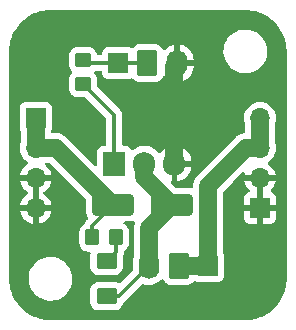
<source format=gtl>
G04 #@! TF.GenerationSoftware,KiCad,Pcbnew,7.0.1*
G04 #@! TF.CreationDate,2023-08-26T15:59:25-05:00*
G04 #@! TF.ProjectId,Single Mosfet Board,53696e67-6c65-4204-9d6f-736665742042,rev?*
G04 #@! TF.SameCoordinates,Original*
G04 #@! TF.FileFunction,Copper,L1,Top*
G04 #@! TF.FilePolarity,Positive*
%FSLAX46Y46*%
G04 Gerber Fmt 4.6, Leading zero omitted, Abs format (unit mm)*
G04 Created by KiCad (PCBNEW 7.0.1) date 2023-08-26 15:59:25*
%MOMM*%
%LPD*%
G01*
G04 APERTURE LIST*
G04 Aperture macros list*
%AMRoundRect*
0 Rectangle with rounded corners*
0 $1 Rounding radius*
0 $2 $3 $4 $5 $6 $7 $8 $9 X,Y pos of 4 corners*
0 Add a 4 corners polygon primitive as box body*
4,1,4,$2,$3,$4,$5,$6,$7,$8,$9,$2,$3,0*
0 Add four circle primitives for the rounded corners*
1,1,$1+$1,$2,$3*
1,1,$1+$1,$4,$5*
1,1,$1+$1,$6,$7*
1,1,$1+$1,$8,$9*
0 Add four rect primitives between the rounded corners*
20,1,$1+$1,$2,$3,$4,$5,0*
20,1,$1+$1,$4,$5,$6,$7,0*
20,1,$1+$1,$6,$7,$8,$9,0*
20,1,$1+$1,$8,$9,$2,$3,0*%
G04 Aperture macros list end*
G04 #@! TA.AperFunction,SMDPad,CuDef*
%ADD10RoundRect,0.250000X-0.450000X0.350000X-0.450000X-0.350000X0.450000X-0.350000X0.450000X0.350000X0*%
G04 #@! TD*
G04 #@! TA.AperFunction,SMDPad,CuDef*
%ADD11RoundRect,0.250000X-0.350000X-0.450000X0.350000X-0.450000X0.350000X0.450000X-0.350000X0.450000X0*%
G04 #@! TD*
G04 #@! TA.AperFunction,ComponentPad*
%ADD12R,1.905000X2.000000*%
G04 #@! TD*
G04 #@! TA.AperFunction,ComponentPad*
%ADD13O,1.905000X2.000000*%
G04 #@! TD*
G04 #@! TA.AperFunction,ComponentPad*
%ADD14R,1.700000X1.700000*%
G04 #@! TD*
G04 #@! TA.AperFunction,ComponentPad*
%ADD15O,1.700000X1.700000*%
G04 #@! TD*
G04 #@! TA.AperFunction,ComponentPad*
%ADD16RoundRect,0.250000X-0.620000X-0.845000X0.620000X-0.845000X0.620000X0.845000X-0.620000X0.845000X0*%
G04 #@! TD*
G04 #@! TA.AperFunction,ComponentPad*
%ADD17O,1.740000X2.190000*%
G04 #@! TD*
G04 #@! TA.AperFunction,ComponentPad*
%ADD18RoundRect,0.250000X0.620000X0.845000X-0.620000X0.845000X-0.620000X-0.845000X0.620000X-0.845000X0*%
G04 #@! TD*
G04 #@! TA.AperFunction,SMDPad,CuDef*
%ADD19RoundRect,0.250000X-1.500000X-0.650000X1.500000X-0.650000X1.500000X0.650000X-1.500000X0.650000X0*%
G04 #@! TD*
G04 #@! TA.AperFunction,SMDPad,CuDef*
%ADD20RoundRect,0.250001X0.624999X-0.462499X0.624999X0.462499X-0.624999X0.462499X-0.624999X-0.462499X0*%
G04 #@! TD*
G04 #@! TA.AperFunction,Conductor*
%ADD21C,1.500000*%
G04 #@! TD*
G04 #@! TA.AperFunction,Conductor*
%ADD22C,0.350000*%
G04 #@! TD*
G04 APERTURE END LIST*
D10*
X133750000Y-78000000D03*
X133750000Y-76000000D03*
D11*
X134550000Y-91000000D03*
X136550000Y-91000000D03*
D12*
X136420000Y-84750000D03*
D13*
X138960000Y-84750000D03*
X141500000Y-84750000D03*
D14*
X148750000Y-88500000D03*
D15*
X148750000Y-85960000D03*
X148750000Y-83420000D03*
X148750000Y-80880000D03*
D14*
X136750000Y-76250000D03*
D16*
X139210000Y-76250000D03*
D17*
X141750000Y-76250000D03*
X139330000Y-93430000D03*
D18*
X141870000Y-93430000D03*
D14*
X144330000Y-93430000D03*
D15*
X129750000Y-88500000D03*
X129750000Y-85960000D03*
X129750000Y-83420000D03*
D14*
X129750000Y-80880000D03*
D19*
X136300000Y-88250000D03*
X141300000Y-88250000D03*
D20*
X135750000Y-95975000D03*
X135750000Y-93000000D03*
D21*
X139330000Y-90220000D02*
X139330000Y-93430000D01*
X141300000Y-88250000D02*
X139330000Y-90220000D01*
X141500000Y-76500000D02*
X141750000Y-76250000D01*
X141500000Y-84750000D02*
X141500000Y-76500000D01*
X138960000Y-84750000D02*
X138960000Y-85910000D01*
X138960000Y-85910000D02*
X141300000Y-88250000D01*
X144330000Y-86637919D02*
X144330000Y-93430000D01*
X147547919Y-83420000D02*
X144330000Y-86637919D01*
X148750000Y-83420000D02*
X147547919Y-83420000D01*
X131470000Y-83420000D02*
X136300000Y-88250000D01*
X129750000Y-83420000D02*
X131470000Y-83420000D01*
X129750000Y-80880000D02*
X129750000Y-83420000D01*
X144330000Y-93430000D02*
X141870000Y-93430000D01*
X141870000Y-93430000D02*
X141870000Y-93171131D01*
X148750000Y-80880000D02*
X148750000Y-83420000D01*
D22*
X134550000Y-91000000D02*
X134550000Y-90000000D01*
X134550000Y-90000000D02*
X136300000Y-88250000D01*
X136785000Y-95975000D02*
X139330000Y-93430000D01*
X135750000Y-95975000D02*
X136785000Y-95975000D01*
X136550000Y-92200000D02*
X135750000Y-93000000D01*
X136550000Y-91000000D02*
X136550000Y-92200000D01*
X136420000Y-80670000D02*
X136420000Y-84750000D01*
X133750000Y-78000000D02*
X136420000Y-80670000D01*
X134000000Y-76250000D02*
X133750000Y-76000000D01*
X136750000Y-76250000D02*
X134000000Y-76250000D01*
X136750000Y-76250000D02*
X139210000Y-76250000D01*
G04 #@! TA.AperFunction,Conductor*
G36*
X147503032Y-71750649D02*
G01*
X147507384Y-71750862D01*
X147652450Y-71757989D01*
X147843670Y-71768010D01*
X147855324Y-71769177D01*
X148021254Y-71793791D01*
X148022225Y-71793940D01*
X148194897Y-71821289D01*
X148205570Y-71823465D01*
X148371374Y-71864997D01*
X148373014Y-71865422D01*
X148538880Y-71909866D01*
X148548544Y-71912884D01*
X148652693Y-71950150D01*
X148710526Y-71970843D01*
X148713188Y-71971830D01*
X148746726Y-71984704D01*
X148872097Y-72032829D01*
X148880623Y-72036475D01*
X149036869Y-72110374D01*
X149040055Y-72111939D01*
X149182487Y-72184511D01*
X149191094Y-72188897D01*
X149198547Y-72193023D01*
X149347075Y-72282047D01*
X149350824Y-72284387D01*
X149492670Y-72376503D01*
X149498977Y-72380884D01*
X149638210Y-72484147D01*
X149642365Y-72487367D01*
X149773635Y-72593667D01*
X149778872Y-72598155D01*
X149907389Y-72714636D01*
X149911797Y-72718833D01*
X150031165Y-72838201D01*
X150035362Y-72842609D01*
X150151843Y-72971126D01*
X150156331Y-72976363D01*
X150262620Y-73107619D01*
X150265851Y-73111788D01*
X150369114Y-73251021D01*
X150373512Y-73257353D01*
X150465599Y-73399155D01*
X150467963Y-73402942D01*
X150556975Y-73551451D01*
X150561101Y-73558904D01*
X150638037Y-73709898D01*
X150639647Y-73713176D01*
X150713510Y-73869345D01*
X150717179Y-73877925D01*
X150778168Y-74036810D01*
X150779155Y-74039472D01*
X150837111Y-74201447D01*
X150840135Y-74211128D01*
X150884535Y-74376827D01*
X150885044Y-74378792D01*
X150926526Y-74544398D01*
X150928715Y-74555130D01*
X150956041Y-74727665D01*
X150956226Y-74728867D01*
X150980818Y-74894649D01*
X150981990Y-74906355D01*
X150991989Y-75097157D01*
X150991886Y-75097162D01*
X150992011Y-75097561D01*
X150999351Y-75246967D01*
X150999500Y-75253052D01*
X150999500Y-94496948D01*
X150999351Y-94503033D01*
X150992014Y-94652369D01*
X150991993Y-94652774D01*
X150981990Y-94843644D01*
X150980818Y-94855349D01*
X150956226Y-95021131D01*
X150956041Y-95022333D01*
X150928715Y-95194868D01*
X150926526Y-95205600D01*
X150885044Y-95371206D01*
X150884535Y-95373171D01*
X150840135Y-95538870D01*
X150837111Y-95548551D01*
X150779155Y-95710526D01*
X150778168Y-95713188D01*
X150717179Y-95872073D01*
X150713510Y-95880653D01*
X150639647Y-96036822D01*
X150638037Y-96040100D01*
X150561101Y-96191094D01*
X150556975Y-96198547D01*
X150467963Y-96347056D01*
X150465599Y-96350843D01*
X150373512Y-96492645D01*
X150369114Y-96498977D01*
X150265851Y-96638210D01*
X150262620Y-96642379D01*
X150156331Y-96773635D01*
X150151843Y-96778872D01*
X150035362Y-96907389D01*
X150031165Y-96911797D01*
X149911797Y-97031165D01*
X149907389Y-97035362D01*
X149778872Y-97151843D01*
X149773635Y-97156331D01*
X149642379Y-97262620D01*
X149638210Y-97265851D01*
X149498977Y-97369114D01*
X149492645Y-97373512D01*
X149350843Y-97465599D01*
X149347056Y-97467963D01*
X149198547Y-97556975D01*
X149191094Y-97561101D01*
X149040100Y-97638037D01*
X149036822Y-97639647D01*
X148880653Y-97713510D01*
X148872073Y-97717179D01*
X148713188Y-97778168D01*
X148710526Y-97779155D01*
X148548551Y-97837111D01*
X148538870Y-97840135D01*
X148373171Y-97884535D01*
X148371206Y-97885044D01*
X148205600Y-97926526D01*
X148194868Y-97928715D01*
X148022333Y-97956041D01*
X148021131Y-97956226D01*
X147855349Y-97980818D01*
X147843644Y-97981990D01*
X147652774Y-97991993D01*
X147652369Y-97992014D01*
X147503033Y-97999351D01*
X147496948Y-97999500D01*
X131003052Y-97999500D01*
X130996967Y-97999351D01*
X130847629Y-97992014D01*
X130847224Y-97991993D01*
X130656354Y-97981990D01*
X130644649Y-97980818D01*
X130478867Y-97956226D01*
X130477665Y-97956041D01*
X130305130Y-97928715D01*
X130294398Y-97926526D01*
X130128792Y-97885044D01*
X130126827Y-97884535D01*
X129961128Y-97840135D01*
X129951447Y-97837111D01*
X129789472Y-97779155D01*
X129786810Y-97778168D01*
X129627925Y-97717179D01*
X129619351Y-97713512D01*
X129463176Y-97639647D01*
X129459898Y-97638037D01*
X129308904Y-97561101D01*
X129301451Y-97556975D01*
X129152942Y-97467963D01*
X129149155Y-97465599D01*
X129101996Y-97434973D01*
X129007343Y-97373505D01*
X129001021Y-97369114D01*
X128861788Y-97265851D01*
X128857619Y-97262620D01*
X128726363Y-97156331D01*
X128721126Y-97151843D01*
X128592609Y-97035362D01*
X128588201Y-97031165D01*
X128468833Y-96911797D01*
X128464636Y-96907389D01*
X128348155Y-96778872D01*
X128343667Y-96773635D01*
X128237367Y-96642365D01*
X128234147Y-96638210D01*
X128130884Y-96498977D01*
X128126503Y-96492670D01*
X128034387Y-96350824D01*
X128032035Y-96347056D01*
X127943023Y-96198547D01*
X127938897Y-96191094D01*
X127933251Y-96180013D01*
X127861939Y-96040055D01*
X127860374Y-96036869D01*
X127786475Y-95880623D01*
X127782829Y-95872097D01*
X127721830Y-95713188D01*
X127720843Y-95710526D01*
X127662887Y-95548551D01*
X127659863Y-95538870D01*
X127615422Y-95373014D01*
X127614997Y-95371374D01*
X127573465Y-95205570D01*
X127571289Y-95194897D01*
X127543940Y-95022225D01*
X127543791Y-95021254D01*
X127519177Y-94855324D01*
X127518010Y-94843670D01*
X127507985Y-94652369D01*
X127503829Y-94567764D01*
X129145787Y-94567764D01*
X129175413Y-94837016D01*
X129202446Y-94940416D01*
X129243928Y-95099088D01*
X129289191Y-95205600D01*
X129349871Y-95348392D01*
X129490982Y-95579611D01*
X129602146Y-95713188D01*
X129664255Y-95787820D01*
X129865998Y-95968582D01*
X130091910Y-96118044D01*
X130159338Y-96149653D01*
X130337177Y-96233021D01*
X130596562Y-96311058D01*
X130596569Y-96311060D01*
X130864561Y-96350500D01*
X131067631Y-96350500D01*
X131067634Y-96350500D01*
X131270156Y-96335677D01*
X131270155Y-96335677D01*
X131534553Y-96276780D01*
X131787558Y-96180014D01*
X132023777Y-96047441D01*
X132238177Y-95881888D01*
X132426186Y-95686881D01*
X132583799Y-95466579D01*
X132707656Y-95225675D01*
X132795118Y-94969305D01*
X132844319Y-94702933D01*
X132854212Y-94432235D01*
X132824586Y-94162982D01*
X132756072Y-93900912D01*
X132650130Y-93651610D01*
X132509018Y-93420390D01*
X132509017Y-93420388D01*
X132335746Y-93212181D01*
X132230758Y-93118112D01*
X132134002Y-93031418D01*
X131908090Y-92881956D01*
X131908086Y-92881954D01*
X131662822Y-92766978D01*
X131403437Y-92688941D01*
X131403431Y-92688940D01*
X131135439Y-92649500D01*
X130932369Y-92649500D01*
X130932366Y-92649500D01*
X130729843Y-92664322D01*
X130465449Y-92723219D01*
X130212441Y-92819986D01*
X129976223Y-92952559D01*
X129761825Y-93118109D01*
X129573813Y-93313120D01*
X129416201Y-93533420D01*
X129292342Y-93774329D01*
X129204881Y-94030695D01*
X129155680Y-94297066D01*
X129145787Y-94567764D01*
X127503829Y-94567764D01*
X127500649Y-94503032D01*
X127500500Y-94496949D01*
X127500500Y-88750000D01*
X128419364Y-88750000D01*
X128476569Y-88963492D01*
X128576399Y-89177576D01*
X128711893Y-89371081D01*
X128878918Y-89538106D01*
X129072423Y-89673600D01*
X129286507Y-89773430D01*
X129499999Y-89830635D01*
X129500000Y-89830636D01*
X129500000Y-88750000D01*
X130000000Y-88750000D01*
X130000000Y-89830635D01*
X130213492Y-89773430D01*
X130427576Y-89673600D01*
X130621081Y-89538106D01*
X130788106Y-89371081D01*
X130923600Y-89177576D01*
X131023430Y-88963492D01*
X131080636Y-88750000D01*
X130000000Y-88750000D01*
X129500000Y-88750000D01*
X128419364Y-88750000D01*
X127500500Y-88750000D01*
X127500500Y-86210000D01*
X128419364Y-86210000D01*
X128476569Y-86423492D01*
X128576399Y-86637576D01*
X128711893Y-86831081D01*
X128878918Y-86998106D01*
X129065031Y-87128425D01*
X129103896Y-87172743D01*
X129117907Y-87230000D01*
X129103896Y-87287257D01*
X129065031Y-87331575D01*
X128878918Y-87461893D01*
X128711890Y-87628921D01*
X128576400Y-87822421D01*
X128476569Y-88036507D01*
X128419364Y-88249999D01*
X128419364Y-88250000D01*
X129500000Y-88250000D01*
X129500000Y-86210000D01*
X130000000Y-86210000D01*
X130000000Y-88250000D01*
X131080636Y-88250000D01*
X131080635Y-88249999D01*
X131023430Y-88036507D01*
X130923599Y-87822421D01*
X130788109Y-87628921D01*
X130621081Y-87461893D01*
X130434968Y-87331575D01*
X130396103Y-87287257D01*
X130382092Y-87230000D01*
X130396103Y-87172743D01*
X130434968Y-87128425D01*
X130621081Y-86998106D01*
X130788106Y-86831081D01*
X130923600Y-86637576D01*
X131023430Y-86423492D01*
X131080636Y-86210000D01*
X130000000Y-86210000D01*
X129500000Y-86210000D01*
X128419364Y-86210000D01*
X127500500Y-86210000D01*
X127500500Y-83420000D01*
X128394340Y-83420000D01*
X128414936Y-83655407D01*
X128455553Y-83806990D01*
X128476097Y-83883663D01*
X128575965Y-84097830D01*
X128711505Y-84291401D01*
X128878599Y-84458495D01*
X129064597Y-84588732D01*
X129103460Y-84633048D01*
X129117471Y-84690305D01*
X129103461Y-84747561D01*
X129064595Y-84791880D01*
X128878919Y-84921892D01*
X128711890Y-85088921D01*
X128576400Y-85282421D01*
X128476569Y-85496507D01*
X128419364Y-85709999D01*
X128419364Y-85710000D01*
X131080636Y-85710000D01*
X131080635Y-85709999D01*
X131023430Y-85496507D01*
X130923599Y-85282421D01*
X130788109Y-85088921D01*
X130621078Y-84921890D01*
X130584210Y-84896075D01*
X130543883Y-84848858D01*
X130531503Y-84788010D01*
X130550175Y-84728790D01*
X130595217Y-84686047D01*
X130655333Y-84670500D01*
X130900664Y-84670500D01*
X130948117Y-84679939D01*
X130988345Y-84706819D01*
X134013181Y-87731655D01*
X134040061Y-87771883D01*
X134049500Y-87819336D01*
X134049500Y-88950008D01*
X134060000Y-89052796D01*
X134115186Y-89219334D01*
X134162971Y-89296807D01*
X134180727Y-89348703D01*
X134174359Y-89403182D01*
X134145113Y-89449584D01*
X134089424Y-89505273D01*
X134083972Y-89510406D01*
X134040668Y-89548770D01*
X134007800Y-89596387D01*
X134003363Y-89602417D01*
X133967673Y-89647973D01*
X133963824Y-89656524D01*
X133952807Y-89676058D01*
X133947481Y-89683775D01*
X133926965Y-89737868D01*
X133924102Y-89744782D01*
X133900350Y-89797561D01*
X133898825Y-89805882D01*
X133879219Y-89853509D01*
X133841954Y-89889063D01*
X133731341Y-89957289D01*
X133607288Y-90081342D01*
X133515186Y-90230665D01*
X133460000Y-90397202D01*
X133449500Y-90499990D01*
X133449500Y-91500008D01*
X133460000Y-91602796D01*
X133515186Y-91769334D01*
X133607288Y-91918657D01*
X133731342Y-92042711D01*
X133731344Y-92042712D01*
X133880666Y-92134814D01*
X133992016Y-92171712D01*
X134047202Y-92189999D01*
X134056729Y-92190972D01*
X134149991Y-92200500D01*
X134274320Y-92200499D01*
X134330773Y-92214096D01*
X134374848Y-92251905D01*
X134396876Y-92305634D01*
X134392026Y-92363501D01*
X134385000Y-92384703D01*
X134374500Y-92487492D01*
X134374500Y-93512508D01*
X134385000Y-93615297D01*
X134440186Y-93781836D01*
X134532288Y-93931155D01*
X134656344Y-94055211D01*
X134805663Y-94147313D01*
X134972202Y-94202499D01*
X135074992Y-94213000D01*
X136425008Y-94213000D01*
X136527797Y-94202499D01*
X136527796Y-94202499D01*
X136694334Y-94147314D01*
X136843655Y-94055211D01*
X136967711Y-93931155D01*
X137059814Y-93781834D01*
X137114999Y-93615297D01*
X137125500Y-93512508D01*
X137125500Y-92594009D01*
X137131114Y-92557119D01*
X137147449Y-92523570D01*
X137148879Y-92521496D01*
X137152518Y-92516226D01*
X137173036Y-92462122D01*
X137175901Y-92455207D01*
X137199648Y-92402444D01*
X137199648Y-92402443D01*
X137199650Y-92402439D01*
X137201338Y-92393222D01*
X137207364Y-92371608D01*
X137210688Y-92362845D01*
X137217663Y-92305396D01*
X137218790Y-92297993D01*
X137222505Y-92277720D01*
X137229219Y-92241085D01*
X137227146Y-92206826D01*
X137240867Y-92142207D01*
X137285821Y-92093804D01*
X137368656Y-92042712D01*
X137492712Y-91918656D01*
X137584814Y-91769334D01*
X137639999Y-91602797D01*
X137650500Y-91500009D01*
X137650499Y-90499992D01*
X137639999Y-90397203D01*
X137584814Y-90230666D01*
X137492712Y-90081344D01*
X137492711Y-90081342D01*
X137368657Y-89957288D01*
X137243413Y-89880038D01*
X137199709Y-89833984D01*
X137184528Y-89772336D01*
X137201850Y-89711254D01*
X137247135Y-89666753D01*
X137308509Y-89650499D01*
X137850009Y-89650499D01*
X137901402Y-89645249D01*
X137952797Y-89639999D01*
X138002280Y-89623601D01*
X138070378Y-89620769D01*
X138129688Y-89654356D01*
X138162287Y-89714215D01*
X138158325Y-89782260D01*
X138154763Y-89792440D01*
X138153814Y-89795057D01*
X138119691Y-89885978D01*
X138118910Y-89890282D01*
X138113950Y-89909077D01*
X138112501Y-89913217D01*
X138097304Y-90009166D01*
X138096838Y-90011907D01*
X138079500Y-90107450D01*
X138079500Y-90111830D01*
X138077973Y-90131229D01*
X138077290Y-90135539D01*
X138079469Y-90232640D01*
X138079500Y-90235422D01*
X138079500Y-92609109D01*
X138072417Y-92650418D01*
X137998925Y-92858418D01*
X137959500Y-93088351D01*
X137959500Y-93713220D01*
X137964963Y-93777410D01*
X137957882Y-93830473D01*
X137929091Y-93875606D01*
X136938500Y-94866197D01*
X136892098Y-94895444D01*
X136837619Y-94901811D01*
X136785722Y-94884055D01*
X136694332Y-94827685D01*
X136527797Y-94772500D01*
X136425008Y-94762000D01*
X135074992Y-94762000D01*
X134972202Y-94772500D01*
X134805663Y-94827686D01*
X134656344Y-94919788D01*
X134532288Y-95043844D01*
X134440186Y-95193163D01*
X134385000Y-95359702D01*
X134374500Y-95462492D01*
X134374500Y-96487508D01*
X134385000Y-96590297D01*
X134440186Y-96756836D01*
X134532288Y-96906155D01*
X134656344Y-97030211D01*
X134805663Y-97122313D01*
X134972202Y-97177499D01*
X135074992Y-97188000D01*
X136425008Y-97188000D01*
X136527797Y-97177499D01*
X136527797Y-97177498D01*
X136694334Y-97122314D01*
X136843655Y-97030211D01*
X136967711Y-96906155D01*
X137059814Y-96756834D01*
X137110260Y-96604597D01*
X137126548Y-96572255D01*
X137151484Y-96545999D01*
X137182609Y-96521613D01*
X137188581Y-96517219D01*
X137236229Y-96484332D01*
X137274610Y-96441007D01*
X137279711Y-96435588D01*
X138739085Y-94976214D01*
X138796794Y-94943573D01*
X138863070Y-94945331D01*
X139040220Y-94999583D01*
X139271624Y-95029216D01*
X139504707Y-95019314D01*
X139732765Y-94970164D01*
X139949235Y-94883179D01*
X140147891Y-94760862D01*
X140323018Y-94606731D01*
X140354911Y-94567231D01*
X140408178Y-94528902D01*
X140473547Y-94523126D01*
X140532710Y-94551521D01*
X140554344Y-94583993D01*
X140557578Y-94581999D01*
X140565185Y-94594333D01*
X140565186Y-94594334D01*
X140585818Y-94627785D01*
X140657288Y-94743657D01*
X140781342Y-94867711D01*
X140806420Y-94883179D01*
X140930666Y-94959814D01*
X141042017Y-94996712D01*
X141097202Y-95014999D01*
X141107703Y-95016071D01*
X141199991Y-95025500D01*
X142540008Y-95025499D01*
X142642797Y-95014999D01*
X142809334Y-94959814D01*
X142958656Y-94867712D01*
X143082712Y-94743656D01*
X143082713Y-94743653D01*
X143084431Y-94741936D01*
X143134353Y-94711506D01*
X143192669Y-94707333D01*
X143220359Y-94719188D01*
X143220965Y-94717565D01*
X143237666Y-94723794D01*
X143237669Y-94723796D01*
X143372517Y-94774091D01*
X143432127Y-94780500D01*
X145227872Y-94780499D01*
X145287483Y-94774091D01*
X145422331Y-94723796D01*
X145537546Y-94637546D01*
X145623796Y-94522331D01*
X145674091Y-94387483D01*
X145680500Y-94327873D01*
X145680499Y-92532128D01*
X145674091Y-92472517D01*
X145623796Y-92337669D01*
X145605231Y-92312869D01*
X145586845Y-92277720D01*
X145580500Y-92238561D01*
X145580500Y-88750000D01*
X147400000Y-88750000D01*
X147400000Y-89397824D01*
X147406402Y-89457375D01*
X147456647Y-89592089D01*
X147542811Y-89707188D01*
X147657910Y-89793352D01*
X147792624Y-89843597D01*
X147852176Y-89850000D01*
X148500000Y-89850000D01*
X148500000Y-88750000D01*
X149000000Y-88750000D01*
X149000000Y-89850000D01*
X149647824Y-89850000D01*
X149707375Y-89843597D01*
X149842089Y-89793352D01*
X149957188Y-89707188D01*
X150043352Y-89592089D01*
X150093597Y-89457375D01*
X150100000Y-89397824D01*
X150100000Y-88750000D01*
X149000000Y-88750000D01*
X148500000Y-88750000D01*
X147400000Y-88750000D01*
X145580500Y-88750000D01*
X145580500Y-88250000D01*
X147400000Y-88250000D01*
X148500000Y-88250000D01*
X148500000Y-86210000D01*
X149000000Y-86210000D01*
X149000000Y-88250000D01*
X150100000Y-88250000D01*
X150100000Y-87602176D01*
X150093597Y-87542624D01*
X150043352Y-87407910D01*
X149957188Y-87292811D01*
X149842088Y-87206647D01*
X149710012Y-87157385D01*
X149659633Y-87122405D01*
X149632180Y-87067561D01*
X149634369Y-87006268D01*
X149665665Y-86953521D01*
X149788109Y-86831077D01*
X149923600Y-86637576D01*
X150023430Y-86423492D01*
X150080636Y-86210000D01*
X149000000Y-86210000D01*
X148500000Y-86210000D01*
X147419364Y-86210000D01*
X147476569Y-86423492D01*
X147576399Y-86637576D01*
X147711893Y-86831081D01*
X147834334Y-86953522D01*
X147865630Y-87006268D01*
X147867819Y-87067561D01*
X147840366Y-87122405D01*
X147789987Y-87157385D01*
X147657911Y-87206647D01*
X147542811Y-87292811D01*
X147456647Y-87407910D01*
X147406402Y-87542624D01*
X147400000Y-87602176D01*
X147400000Y-88250000D01*
X145580500Y-88250000D01*
X145580500Y-87207255D01*
X145589939Y-87159802D01*
X145616819Y-87119574D01*
X146418599Y-86317794D01*
X147235972Y-85500420D01*
X147291557Y-85468328D01*
X147355744Y-85468328D01*
X147411332Y-85500422D01*
X147443426Y-85556009D01*
X147443426Y-85620196D01*
X147419363Y-85709999D01*
X147419364Y-85710000D01*
X150080636Y-85710000D01*
X150080635Y-85709999D01*
X150023430Y-85496507D01*
X149923599Y-85282421D01*
X149788109Y-85088921D01*
X149621081Y-84921893D01*
X149435404Y-84791880D01*
X149396539Y-84747562D01*
X149382528Y-84690305D01*
X149396539Y-84633048D01*
X149435402Y-84588732D01*
X149621401Y-84458495D01*
X149788495Y-84291401D01*
X149924035Y-84097830D01*
X150023903Y-83883663D01*
X150085063Y-83655408D01*
X150105659Y-83420000D01*
X150085063Y-83184592D01*
X150023903Y-82956337D01*
X150012118Y-82931063D01*
X150000500Y-82878659D01*
X150000500Y-81421341D01*
X150012118Y-81368937D01*
X150023902Y-81343665D01*
X150085063Y-81115407D01*
X150105659Y-80880000D01*
X150085063Y-80644592D01*
X150037628Y-80467561D01*
X150023903Y-80416337D01*
X149924035Y-80202171D01*
X149788495Y-80008599D01*
X149621401Y-79841505D01*
X149427830Y-79705965D01*
X149213663Y-79606097D01*
X149152501Y-79589709D01*
X148985407Y-79544936D01*
X148749999Y-79524340D01*
X148514592Y-79544936D01*
X148286336Y-79606097D01*
X148072170Y-79705965D01*
X147878598Y-79841505D01*
X147711505Y-80008598D01*
X147575965Y-80202170D01*
X147476097Y-80416336D01*
X147414936Y-80644592D01*
X147394340Y-80880000D01*
X147414936Y-81115407D01*
X147476097Y-81343665D01*
X147487882Y-81368937D01*
X147499500Y-81421341D01*
X147499500Y-82054004D01*
X147484251Y-82113579D01*
X147442256Y-82158501D01*
X147383843Y-82177722D01*
X147365405Y-82178965D01*
X147351504Y-82179903D01*
X147347250Y-82180975D01*
X147328088Y-82184230D01*
X147323729Y-82184622D01*
X147230131Y-82210454D01*
X147227443Y-82211164D01*
X147133237Y-82234903D01*
X147129251Y-82236714D01*
X147110969Y-82243342D01*
X147106749Y-82244506D01*
X147019209Y-82286662D01*
X147016692Y-82287840D01*
X146928290Y-82327994D01*
X146924692Y-82330487D01*
X146907898Y-82340267D01*
X146903945Y-82342170D01*
X146825329Y-82399287D01*
X146823062Y-82400895D01*
X146743261Y-82456182D01*
X146740158Y-82459285D01*
X146725383Y-82471904D01*
X146721840Y-82474478D01*
X146654722Y-82544677D01*
X146652778Y-82546665D01*
X143500343Y-85699100D01*
X143489980Y-85708362D01*
X143462335Y-85730410D01*
X143418735Y-85780311D01*
X143413050Y-85786392D01*
X143406059Y-85793383D01*
X143379928Y-85824683D01*
X143378124Y-85826795D01*
X143314235Y-85899922D01*
X143311986Y-85903686D01*
X143300739Y-85919536D01*
X143297932Y-85922898D01*
X143249978Y-86007409D01*
X143248604Y-86009768D01*
X143199719Y-86091590D01*
X143198782Y-86093160D01*
X143197246Y-86097254D01*
X143189009Y-86114863D01*
X143186847Y-86118672D01*
X143154762Y-86210363D01*
X143153814Y-86212976D01*
X143119691Y-86303897D01*
X143118910Y-86308201D01*
X143113950Y-86326996D01*
X143112501Y-86331136D01*
X143097304Y-86427085D01*
X143096838Y-86429826D01*
X143079500Y-86525369D01*
X143079500Y-86529749D01*
X143077973Y-86549148D01*
X143077290Y-86553458D01*
X143079469Y-86650559D01*
X143079500Y-86653341D01*
X143079500Y-86735631D01*
X143060722Y-86801239D01*
X143010075Y-86846976D01*
X142942898Y-86858989D01*
X142850010Y-86849500D01*
X142850009Y-86849500D01*
X141719336Y-86849500D01*
X141671883Y-86840061D01*
X141631655Y-86813181D01*
X141235250Y-86416776D01*
X141202317Y-86357875D01*
X141205106Y-86290451D01*
X141242791Y-86234471D01*
X141250000Y-86228365D01*
X141250000Y-85000000D01*
X141750000Y-85000000D01*
X141750000Y-86228366D01*
X141857792Y-86210380D01*
X142085460Y-86132219D01*
X142297164Y-86017651D01*
X142487126Y-85869798D01*
X142650151Y-85692707D01*
X142781815Y-85491180D01*
X142878506Y-85270744D01*
X142937599Y-85037393D01*
X142940697Y-85000000D01*
X141750000Y-85000000D01*
X141250000Y-85000000D01*
X141250000Y-83271634D01*
X141249999Y-83271633D01*
X141750000Y-83271633D01*
X141750000Y-84500000D01*
X142940697Y-84500000D01*
X142937599Y-84462606D01*
X142878506Y-84229255D01*
X142781815Y-84008819D01*
X142650151Y-83807292D01*
X142487126Y-83630201D01*
X142297164Y-83482348D01*
X142085460Y-83367780D01*
X141857792Y-83289619D01*
X141750000Y-83271633D01*
X141249999Y-83271633D01*
X141142207Y-83289619D01*
X140914539Y-83367780D01*
X140702835Y-83482348D01*
X140512873Y-83630201D01*
X140349846Y-83807294D01*
X140334106Y-83831387D01*
X140289314Y-83872619D01*
X140230297Y-83887564D01*
X140171280Y-83872619D01*
X140126490Y-83831387D01*
X140110551Y-83806990D01*
X139947463Y-83629829D01*
X139757439Y-83481928D01*
X139545664Y-83367321D01*
X139545660Y-83367319D01*
X139545659Y-83367319D01*
X139317915Y-83289134D01*
X139080399Y-83249500D01*
X138839601Y-83249500D01*
X138602084Y-83289134D01*
X138374340Y-83367319D01*
X138374336Y-83367320D01*
X138374336Y-83367321D01*
X138162561Y-83481928D01*
X138162559Y-83481928D01*
X138162556Y-83481931D01*
X138020067Y-83592833D01*
X137967639Y-83616687D01*
X137910089Y-83614279D01*
X137859836Y-83586129D01*
X137827725Y-83538313D01*
X137816296Y-83507669D01*
X137730046Y-83392454D01*
X137614831Y-83306204D01*
X137479983Y-83255909D01*
X137420373Y-83249500D01*
X137420369Y-83249500D01*
X137219500Y-83249500D01*
X137157500Y-83232887D01*
X137112113Y-83187500D01*
X137095500Y-83125500D01*
X137095500Y-80694151D01*
X137095726Y-80686665D01*
X137095823Y-80685059D01*
X137099219Y-80628915D01*
X137088785Y-80571982D01*
X137087663Y-80564603D01*
X137080688Y-80507155D01*
X137080687Y-80507153D01*
X137080687Y-80507151D01*
X137077364Y-80498388D01*
X137071337Y-80476768D01*
X137069650Y-80467561D01*
X137045903Y-80414798D01*
X137043039Y-80407883D01*
X137022518Y-80353774D01*
X137017193Y-80346059D01*
X137006174Y-80326523D01*
X137002326Y-80317972D01*
X136966633Y-80272413D01*
X136962194Y-80266380D01*
X136929331Y-80218769D01*
X136886035Y-80180413D01*
X136880581Y-80175279D01*
X134986818Y-78281517D01*
X134959938Y-78241289D01*
X134950499Y-78193836D01*
X134950499Y-77599991D01*
X134939999Y-77497203D01*
X134926858Y-77457546D01*
X134884814Y-77330666D01*
X134792712Y-77181344D01*
X134792711Y-77181342D01*
X134748550Y-77137181D01*
X134718300Y-77087818D01*
X134713758Y-77030102D01*
X134735913Y-76976615D01*
X134779936Y-76939015D01*
X134836231Y-76925500D01*
X135275501Y-76925500D01*
X135337501Y-76942113D01*
X135382888Y-76987500D01*
X135399501Y-77049500D01*
X135399501Y-77147872D01*
X135405909Y-77207483D01*
X135456204Y-77342331D01*
X135542454Y-77457546D01*
X135657669Y-77543796D01*
X135792517Y-77594091D01*
X135852127Y-77600500D01*
X137647872Y-77600499D01*
X137707483Y-77594091D01*
X137842331Y-77543796D01*
X137842332Y-77543795D01*
X137859036Y-77537565D01*
X137859641Y-77539187D01*
X137887305Y-77527336D01*
X137945633Y-77531501D01*
X137995566Y-77561935D01*
X138121342Y-77687711D01*
X138121344Y-77687712D01*
X138270666Y-77779814D01*
X138382017Y-77816712D01*
X138437202Y-77834999D01*
X138447702Y-77836071D01*
X138539991Y-77845500D01*
X139880008Y-77845499D01*
X139982797Y-77834999D01*
X140149334Y-77779814D01*
X140298656Y-77687712D01*
X140422712Y-77563656D01*
X140514814Y-77414334D01*
X140514814Y-77414333D01*
X140522422Y-77401999D01*
X140525242Y-77403738D01*
X140545568Y-77372516D01*
X140601542Y-77343422D01*
X140664586Y-77345633D01*
X140718385Y-77378575D01*
X140841603Y-77507139D01*
X141029101Y-77645812D01*
X141237339Y-77750803D01*
X141460326Y-77819092D01*
X141500000Y-77824172D01*
X141500000Y-76500000D01*
X142000000Y-76500000D01*
X142000000Y-77822575D01*
X142152621Y-77789682D01*
X142369005Y-77702732D01*
X142567594Y-77580456D01*
X142742657Y-77426381D01*
X142889160Y-77244942D01*
X143002896Y-77041344D01*
X143080588Y-76821455D01*
X143120000Y-76591606D01*
X143120000Y-76500000D01*
X142000000Y-76500000D01*
X141500000Y-76500000D01*
X141500000Y-74677424D01*
X141347378Y-74710317D01*
X141130994Y-74797267D01*
X140932405Y-74919543D01*
X140757343Y-75073617D01*
X140725273Y-75113334D01*
X140672000Y-75151664D01*
X140606626Y-75157435D01*
X140547462Y-75129030D01*
X140525522Y-75096088D01*
X140522422Y-75098001D01*
X140422711Y-74936342D01*
X140298657Y-74812288D01*
X140149334Y-74720186D01*
X140015470Y-74675827D01*
X142000000Y-74675827D01*
X142000000Y-76000000D01*
X143120000Y-76000000D01*
X143120000Y-75966802D01*
X143105176Y-75792635D01*
X143046410Y-75566945D01*
X142950353Y-75354442D01*
X142925563Y-75317764D01*
X145645787Y-75317764D01*
X145675413Y-75587016D01*
X145743928Y-75849087D01*
X145849871Y-76098392D01*
X145990982Y-76329611D01*
X146164253Y-76537818D01*
X146164255Y-76537820D01*
X146365998Y-76718582D01*
X146591910Y-76868044D01*
X146686357Y-76912319D01*
X146837177Y-76983021D01*
X147058145Y-77049500D01*
X147096569Y-77061060D01*
X147364561Y-77100500D01*
X147567631Y-77100500D01*
X147567634Y-77100500D01*
X147770156Y-77085677D01*
X147770155Y-77085677D01*
X148034553Y-77026780D01*
X148287558Y-76930014D01*
X148523777Y-76797441D01*
X148738177Y-76631888D01*
X148926186Y-76436881D01*
X149083799Y-76216579D01*
X149207656Y-75975675D01*
X149295118Y-75719305D01*
X149344319Y-75452933D01*
X149354212Y-75182235D01*
X149324586Y-74912982D01*
X149256072Y-74650912D01*
X149150130Y-74401610D01*
X149009018Y-74170390D01*
X149009017Y-74170388D01*
X148835746Y-73962181D01*
X148741710Y-73877925D01*
X148634002Y-73781418D01*
X148408090Y-73631956D01*
X148408086Y-73631954D01*
X148162822Y-73516978D01*
X147903437Y-73438941D01*
X147903431Y-73438940D01*
X147635439Y-73399500D01*
X147432369Y-73399500D01*
X147432366Y-73399500D01*
X147229843Y-73414322D01*
X146965449Y-73473219D01*
X146712441Y-73569986D01*
X146476223Y-73702559D01*
X146261825Y-73868109D01*
X146073813Y-74063120D01*
X145916201Y-74283420D01*
X145792342Y-74524329D01*
X145704881Y-74780695D01*
X145655680Y-75047066D01*
X145645787Y-75317764D01*
X142925563Y-75317764D01*
X142819763Y-75161227D01*
X142658396Y-74992860D01*
X142470898Y-74854187D01*
X142262660Y-74749196D01*
X142039673Y-74680907D01*
X142000000Y-74675827D01*
X140015470Y-74675827D01*
X139982797Y-74665000D01*
X139880009Y-74654500D01*
X138539991Y-74654500D01*
X138437203Y-74665000D01*
X138270665Y-74720186D01*
X138121344Y-74812287D01*
X137995567Y-74938064D01*
X137945646Y-74968493D01*
X137887332Y-74972667D01*
X137859640Y-74960811D01*
X137859035Y-74962435D01*
X137842332Y-74956205D01*
X137842331Y-74956204D01*
X137707483Y-74905909D01*
X137647873Y-74899500D01*
X137647869Y-74899500D01*
X135852130Y-74899500D01*
X135792515Y-74905909D01*
X135657669Y-74956204D01*
X135542454Y-75042454D01*
X135456204Y-75157668D01*
X135420628Y-75253051D01*
X135405909Y-75292517D01*
X135401808Y-75330666D01*
X135399500Y-75352131D01*
X135399500Y-75450500D01*
X135382887Y-75512500D01*
X135337500Y-75557887D01*
X135275500Y-75574500D01*
X135055154Y-75574500D01*
X135004939Y-75563877D01*
X134963327Y-75533829D01*
X134937448Y-75489504D01*
X134924523Y-75450500D01*
X134884814Y-75330666D01*
X134792712Y-75181344D01*
X134792711Y-75181342D01*
X134668657Y-75057288D01*
X134519334Y-74965186D01*
X134352797Y-74910000D01*
X134250009Y-74899500D01*
X133249991Y-74899500D01*
X133147203Y-74910000D01*
X132980665Y-74965186D01*
X132831342Y-75057288D01*
X132707288Y-75181342D01*
X132615186Y-75330665D01*
X132560000Y-75497202D01*
X132549500Y-75599990D01*
X132549500Y-76400008D01*
X132560000Y-76502796D01*
X132615186Y-76669334D01*
X132707288Y-76818657D01*
X132800950Y-76912319D01*
X132833044Y-76967906D01*
X132833044Y-77032094D01*
X132800950Y-77087681D01*
X132707288Y-77181342D01*
X132615186Y-77330665D01*
X132560000Y-77497202D01*
X132549500Y-77599990D01*
X132549500Y-78400008D01*
X132560000Y-78502796D01*
X132615186Y-78669334D01*
X132707288Y-78818657D01*
X132831342Y-78942711D01*
X132831344Y-78942712D01*
X132980666Y-79034814D01*
X133092017Y-79071712D01*
X133147202Y-79089999D01*
X133156729Y-79090972D01*
X133249991Y-79100500D01*
X133843836Y-79100499D01*
X133891289Y-79109938D01*
X133931517Y-79136818D01*
X135708181Y-80913483D01*
X135735061Y-80953711D01*
X135744500Y-81001164D01*
X135744500Y-83125501D01*
X135727887Y-83187501D01*
X135682500Y-83232888D01*
X135620500Y-83249501D01*
X135419628Y-83249501D01*
X135389822Y-83252704D01*
X135360015Y-83255909D01*
X135225169Y-83306204D01*
X135109954Y-83392454D01*
X135023704Y-83507668D01*
X134973409Y-83642516D01*
X134967000Y-83702131D01*
X134967000Y-84849164D01*
X134953485Y-84905459D01*
X134915885Y-84949482D01*
X134862398Y-84971637D01*
X134804682Y-84967095D01*
X134755319Y-84936845D01*
X132408816Y-82590342D01*
X132399550Y-82579974D01*
X132377506Y-82552332D01*
X132327603Y-82508732D01*
X132321507Y-82503033D01*
X132314527Y-82496053D01*
X132283255Y-82469945D01*
X132281140Y-82468139D01*
X132256809Y-82446882D01*
X132207996Y-82404235D01*
X132204236Y-82401988D01*
X132188370Y-82390730D01*
X132185018Y-82387931D01*
X132100548Y-82340001D01*
X132098145Y-82338601D01*
X132014765Y-82288785D01*
X132010671Y-82287249D01*
X131993046Y-82279003D01*
X131989245Y-82276847D01*
X131989244Y-82276846D01*
X131989243Y-82276846D01*
X131897568Y-82244767D01*
X131894954Y-82243819D01*
X131804028Y-82209694D01*
X131804025Y-82209693D01*
X131804024Y-82209693D01*
X131799721Y-82208911D01*
X131780917Y-82203948D01*
X131776782Y-82202501D01*
X131680847Y-82187306D01*
X131678106Y-82186840D01*
X131582550Y-82169500D01*
X131582547Y-82169500D01*
X131578170Y-82169500D01*
X131558773Y-82167973D01*
X131554460Y-82167290D01*
X131457358Y-82169469D01*
X131454578Y-82169500D01*
X131143917Y-82169500D01*
X131078750Y-82150995D01*
X131033033Y-82101004D01*
X131020411Y-82034447D01*
X131037781Y-81989115D01*
X131037565Y-81989035D01*
X131043794Y-81972333D01*
X131043796Y-81972331D01*
X131094091Y-81837483D01*
X131100500Y-81777873D01*
X131100499Y-79982128D01*
X131094091Y-79922517D01*
X131043796Y-79787669D01*
X130957546Y-79672454D01*
X130842331Y-79586204D01*
X130707483Y-79535909D01*
X130647873Y-79529500D01*
X130647869Y-79529500D01*
X128852130Y-79529500D01*
X128792515Y-79535909D01*
X128657669Y-79586204D01*
X128542454Y-79672454D01*
X128456204Y-79787668D01*
X128405909Y-79922516D01*
X128399500Y-79982130D01*
X128399500Y-81777869D01*
X128405909Y-81837483D01*
X128456204Y-81972331D01*
X128474768Y-81997129D01*
X128493155Y-82032280D01*
X128499500Y-82071439D01*
X128499500Y-82878659D01*
X128487882Y-82931063D01*
X128476097Y-82956334D01*
X128414936Y-83184592D01*
X128394340Y-83420000D01*
X127500500Y-83420000D01*
X127500500Y-75253051D01*
X127500649Y-75246967D01*
X127507998Y-75097372D01*
X127518010Y-74906327D01*
X127519176Y-74894679D01*
X127543801Y-74728671D01*
X127543929Y-74727842D01*
X127571290Y-74555093D01*
X127573463Y-74544438D01*
X127615016Y-74378551D01*
X127615406Y-74377043D01*
X127659870Y-74211105D01*
X127662880Y-74201469D01*
X127720867Y-74039405D01*
X127721830Y-74036810D01*
X127782836Y-73877883D01*
X127786466Y-73869395D01*
X127860400Y-73713076D01*
X127861912Y-73709997D01*
X127938909Y-73558881D01*
X127943010Y-73551474D01*
X128032078Y-73402873D01*
X128034354Y-73399225D01*
X128126523Y-73257298D01*
X128130860Y-73251055D01*
X128234170Y-73111757D01*
X128237331Y-73107679D01*
X128343698Y-72976325D01*
X128348123Y-72971162D01*
X128464674Y-72842568D01*
X128468793Y-72838242D01*
X128588242Y-72718793D01*
X128592568Y-72714674D01*
X128721162Y-72598123D01*
X128726325Y-72593698D01*
X128857679Y-72487331D01*
X128861757Y-72484170D01*
X129001055Y-72380860D01*
X129007298Y-72376523D01*
X129149225Y-72284354D01*
X129152873Y-72282078D01*
X129301474Y-72193010D01*
X129308881Y-72188909D01*
X129459997Y-72111912D01*
X129463076Y-72110400D01*
X129619395Y-72036466D01*
X129627883Y-72032836D01*
X129786847Y-71971816D01*
X129789405Y-71970867D01*
X129951469Y-71912880D01*
X129961105Y-71909870D01*
X130127043Y-71865406D01*
X130128551Y-71865016D01*
X130294438Y-71823463D01*
X130305093Y-71821290D01*
X130477842Y-71793929D01*
X130478671Y-71793801D01*
X130644679Y-71769176D01*
X130656325Y-71768010D01*
X130847402Y-71757996D01*
X130993747Y-71750807D01*
X130996968Y-71750649D01*
X131003051Y-71750500D01*
X147496949Y-71750500D01*
X147503032Y-71750649D01*
G37*
G04 #@! TD.AperFunction*
M02*

</source>
